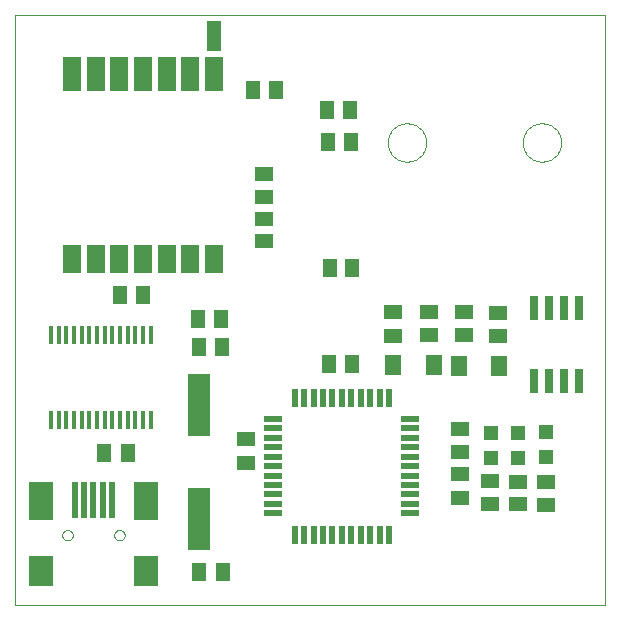
<source format=gtp>
G75*
G70*
%OFA0B0*%
%FSLAX24Y24*%
%IPPOS*%
%LPD*%
%AMOC8*
5,1,8,0,0,1.08239X$1,22.5*
%
%ADD10C,0.0000*%
%ADD11R,0.0760X0.2100*%
%ADD12R,0.0512X0.0630*%
%ADD13R,0.0630X0.0512*%
%ADD14R,0.0591X0.0945*%
%ADD15R,0.0591X0.1181*%
%ADD16R,0.0260X0.0800*%
%ADD17R,0.0500X0.1000*%
%ADD18R,0.0157X0.0591*%
%ADD19R,0.0787X0.0984*%
%ADD20R,0.0787X0.1299*%
%ADD21R,0.0197X0.1220*%
%ADD22R,0.0591X0.0197*%
%ADD23R,0.0197X0.0591*%
%ADD24R,0.0472X0.0472*%
%ADD25R,0.0591X0.0512*%
%ADD26R,0.0551X0.0709*%
%ADD27R,0.0512X0.0591*%
D10*
X000877Y000978D02*
X000877Y020663D01*
X020562Y020663D01*
X020562Y000978D01*
X000877Y000978D01*
X002456Y003313D02*
X002458Y003339D01*
X002464Y003365D01*
X002474Y003390D01*
X002487Y003413D01*
X002503Y003433D01*
X002523Y003451D01*
X002545Y003466D01*
X002568Y003478D01*
X002594Y003486D01*
X002620Y003490D01*
X002646Y003490D01*
X002672Y003486D01*
X002698Y003478D01*
X002722Y003466D01*
X002743Y003451D01*
X002763Y003433D01*
X002779Y003413D01*
X002792Y003390D01*
X002802Y003365D01*
X002808Y003339D01*
X002810Y003313D01*
X002808Y003287D01*
X002802Y003261D01*
X002792Y003236D01*
X002779Y003213D01*
X002763Y003193D01*
X002743Y003175D01*
X002721Y003160D01*
X002698Y003148D01*
X002672Y003140D01*
X002646Y003136D01*
X002620Y003136D01*
X002594Y003140D01*
X002568Y003148D01*
X002544Y003160D01*
X002523Y003175D01*
X002503Y003193D01*
X002487Y003213D01*
X002474Y003236D01*
X002464Y003261D01*
X002458Y003287D01*
X002456Y003313D01*
X004188Y003313D02*
X004190Y003339D01*
X004196Y003365D01*
X004206Y003390D01*
X004219Y003413D01*
X004235Y003433D01*
X004255Y003451D01*
X004277Y003466D01*
X004300Y003478D01*
X004326Y003486D01*
X004352Y003490D01*
X004378Y003490D01*
X004404Y003486D01*
X004430Y003478D01*
X004454Y003466D01*
X004475Y003451D01*
X004495Y003433D01*
X004511Y003413D01*
X004524Y003390D01*
X004534Y003365D01*
X004540Y003339D01*
X004542Y003313D01*
X004540Y003287D01*
X004534Y003261D01*
X004524Y003236D01*
X004511Y003213D01*
X004495Y003193D01*
X004475Y003175D01*
X004453Y003160D01*
X004430Y003148D01*
X004404Y003140D01*
X004378Y003136D01*
X004352Y003136D01*
X004326Y003140D01*
X004300Y003148D01*
X004276Y003160D01*
X004255Y003175D01*
X004235Y003193D01*
X004219Y003213D01*
X004206Y003236D01*
X004196Y003261D01*
X004190Y003287D01*
X004188Y003313D01*
X013310Y016402D02*
X013312Y016452D01*
X013318Y016502D01*
X013328Y016551D01*
X013341Y016600D01*
X013359Y016647D01*
X013380Y016693D01*
X013404Y016736D01*
X013432Y016778D01*
X013463Y016818D01*
X013497Y016855D01*
X013534Y016889D01*
X013574Y016920D01*
X013616Y016948D01*
X013659Y016972D01*
X013705Y016993D01*
X013752Y017011D01*
X013801Y017024D01*
X013850Y017034D01*
X013900Y017040D01*
X013950Y017042D01*
X014000Y017040D01*
X014050Y017034D01*
X014099Y017024D01*
X014148Y017011D01*
X014195Y016993D01*
X014241Y016972D01*
X014284Y016948D01*
X014326Y016920D01*
X014366Y016889D01*
X014403Y016855D01*
X014437Y016818D01*
X014468Y016778D01*
X014496Y016736D01*
X014520Y016693D01*
X014541Y016647D01*
X014559Y016600D01*
X014572Y016551D01*
X014582Y016502D01*
X014588Y016452D01*
X014590Y016402D01*
X014588Y016352D01*
X014582Y016302D01*
X014572Y016253D01*
X014559Y016204D01*
X014541Y016157D01*
X014520Y016111D01*
X014496Y016068D01*
X014468Y016026D01*
X014437Y015986D01*
X014403Y015949D01*
X014366Y015915D01*
X014326Y015884D01*
X014284Y015856D01*
X014241Y015832D01*
X014195Y015811D01*
X014148Y015793D01*
X014099Y015780D01*
X014050Y015770D01*
X014000Y015764D01*
X013950Y015762D01*
X013900Y015764D01*
X013850Y015770D01*
X013801Y015780D01*
X013752Y015793D01*
X013705Y015811D01*
X013659Y015832D01*
X013616Y015856D01*
X013574Y015884D01*
X013534Y015915D01*
X013497Y015949D01*
X013463Y015986D01*
X013432Y016026D01*
X013404Y016068D01*
X013380Y016111D01*
X013359Y016157D01*
X013341Y016204D01*
X013328Y016253D01*
X013318Y016302D01*
X013312Y016352D01*
X013310Y016402D01*
X017810Y016402D02*
X017812Y016452D01*
X017818Y016502D01*
X017828Y016551D01*
X017841Y016600D01*
X017859Y016647D01*
X017880Y016693D01*
X017904Y016736D01*
X017932Y016778D01*
X017963Y016818D01*
X017997Y016855D01*
X018034Y016889D01*
X018074Y016920D01*
X018116Y016948D01*
X018159Y016972D01*
X018205Y016993D01*
X018252Y017011D01*
X018301Y017024D01*
X018350Y017034D01*
X018400Y017040D01*
X018450Y017042D01*
X018500Y017040D01*
X018550Y017034D01*
X018599Y017024D01*
X018648Y017011D01*
X018695Y016993D01*
X018741Y016972D01*
X018784Y016948D01*
X018826Y016920D01*
X018866Y016889D01*
X018903Y016855D01*
X018937Y016818D01*
X018968Y016778D01*
X018996Y016736D01*
X019020Y016693D01*
X019041Y016647D01*
X019059Y016600D01*
X019072Y016551D01*
X019082Y016502D01*
X019088Y016452D01*
X019090Y016402D01*
X019088Y016352D01*
X019082Y016302D01*
X019072Y016253D01*
X019059Y016204D01*
X019041Y016157D01*
X019020Y016111D01*
X018996Y016068D01*
X018968Y016026D01*
X018937Y015986D01*
X018903Y015949D01*
X018866Y015915D01*
X018826Y015884D01*
X018784Y015856D01*
X018741Y015832D01*
X018695Y015811D01*
X018648Y015793D01*
X018599Y015780D01*
X018550Y015770D01*
X018500Y015764D01*
X018450Y015762D01*
X018400Y015764D01*
X018350Y015770D01*
X018301Y015780D01*
X018252Y015793D01*
X018205Y015811D01*
X018159Y015832D01*
X018116Y015856D01*
X018074Y015884D01*
X018034Y015915D01*
X017997Y015949D01*
X017963Y015986D01*
X017932Y016026D01*
X017904Y016068D01*
X017880Y016111D01*
X017859Y016157D01*
X017841Y016204D01*
X017828Y016253D01*
X017818Y016302D01*
X017812Y016352D01*
X017810Y016402D01*
D11*
X007024Y007660D03*
X007024Y003860D03*
D12*
X007022Y002080D03*
X007809Y002080D03*
X004647Y006053D03*
X003859Y006053D03*
X007003Y009569D03*
X007790Y009569D03*
X007761Y010514D03*
X006974Y010514D03*
X005147Y011334D03*
X004399Y011334D03*
X011373Y012218D03*
X012121Y012218D03*
X012123Y009005D03*
X011336Y009005D03*
X009595Y018137D03*
X008808Y018137D03*
D13*
X009196Y015338D03*
X009196Y014590D03*
X009175Y013852D03*
X009175Y013104D03*
X013501Y010750D03*
X013501Y009963D03*
X015717Y006863D03*
X015717Y006076D03*
X015723Y005343D03*
X015723Y004555D03*
X016982Y009939D03*
X016982Y010727D03*
X008598Y006505D03*
X008598Y005717D03*
D14*
X007511Y012513D03*
X006723Y012513D03*
X005936Y012513D03*
X005148Y012513D03*
X004361Y012513D03*
X003574Y012513D03*
X002786Y012513D03*
D15*
X002786Y018694D03*
X003574Y018694D03*
X004361Y018694D03*
X005148Y018694D03*
X005936Y018694D03*
X006723Y018694D03*
X007511Y018694D03*
D16*
X018185Y010873D03*
X018685Y010873D03*
X019185Y010873D03*
X019685Y010873D03*
X019685Y008453D03*
X019185Y008453D03*
X018685Y008453D03*
X018185Y008453D03*
D17*
X007510Y019963D03*
D18*
X005412Y009992D03*
X005156Y009992D03*
X004900Y009992D03*
X004644Y009992D03*
X004388Y009992D03*
X004133Y009992D03*
X003877Y009992D03*
X003621Y009992D03*
X003365Y009992D03*
X003109Y009992D03*
X002853Y009992D03*
X002597Y009992D03*
X002341Y009992D03*
X002085Y009992D03*
X002085Y007138D03*
X002341Y007138D03*
X002597Y007138D03*
X002853Y007138D03*
X003109Y007138D03*
X003365Y007138D03*
X003621Y007138D03*
X003877Y007138D03*
X004133Y007138D03*
X004388Y007138D03*
X004644Y007138D03*
X004900Y007138D03*
X005156Y007138D03*
X005412Y007138D03*
D19*
X005251Y002132D03*
X001747Y002132D03*
D20*
X001747Y004454D03*
X005251Y004454D03*
D21*
X004129Y004494D03*
X003814Y004494D03*
X003499Y004494D03*
X003184Y004494D03*
X002869Y004494D03*
D22*
X009496Y004354D03*
X009496Y004669D03*
X009496Y004984D03*
X009496Y005299D03*
X009496Y005613D03*
X009496Y005928D03*
X009496Y006243D03*
X009496Y006558D03*
X009496Y006873D03*
X009496Y007188D03*
X009496Y004039D03*
X014063Y004039D03*
X014063Y004354D03*
X014063Y004669D03*
X014063Y004984D03*
X014063Y005299D03*
X014063Y005613D03*
X014063Y005928D03*
X014063Y006243D03*
X014063Y006558D03*
X014063Y006873D03*
X014063Y007188D03*
D23*
X013355Y007897D03*
X013040Y007897D03*
X012725Y007897D03*
X012410Y007897D03*
X012095Y007897D03*
X011780Y007897D03*
X011465Y007897D03*
X011150Y007897D03*
X010835Y007897D03*
X010520Y007897D03*
X010205Y007897D03*
X010205Y003330D03*
X010520Y003330D03*
X010835Y003330D03*
X011150Y003330D03*
X011465Y003330D03*
X011780Y003330D03*
X012095Y003330D03*
X012410Y003330D03*
X012725Y003330D03*
X013040Y003330D03*
X013355Y003330D03*
D24*
X016754Y005881D03*
X016754Y006708D03*
X017643Y006720D03*
X017643Y005893D03*
X018571Y005912D03*
X018571Y006739D03*
D25*
X018584Y005077D03*
X018584Y004329D03*
X017638Y004349D03*
X017638Y005097D03*
X016732Y005105D03*
X016732Y004357D03*
X015855Y009988D03*
X015855Y010736D03*
X014676Y010744D03*
X014676Y009996D03*
D26*
X014839Y008978D03*
X015671Y008961D03*
X017010Y008961D03*
X013500Y008978D03*
D27*
X012078Y016411D03*
X011330Y016411D03*
X011290Y017474D03*
X012038Y017474D03*
M02*

</source>
